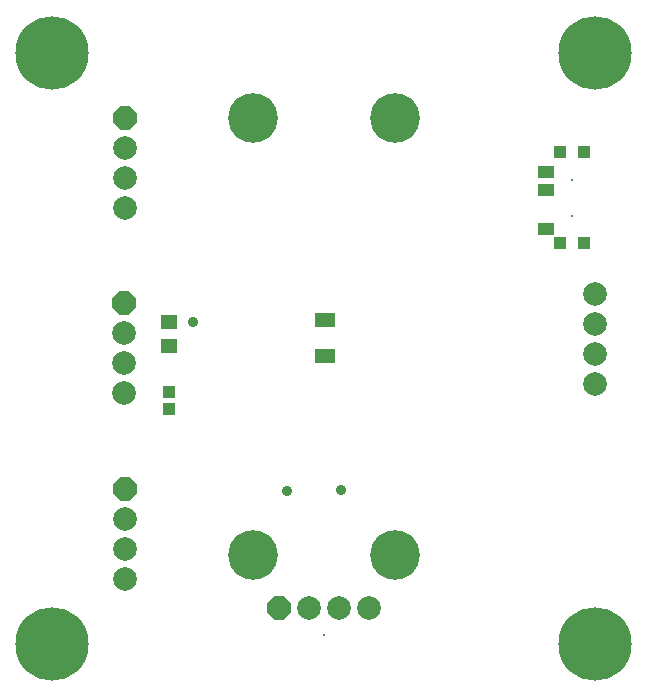
<source format=gts>
G04 Layer_Color=8388736*
%FSLAX44Y44*%
%MOMM*%
G71*
G01*
G75*
%ADD26R,1.4532X1.2032*%
%ADD27R,1.0532X1.0532*%
%ADD28R,1.8032X1.2032*%
%ADD29R,1.4532X1.1032*%
%ADD30R,1.1032X1.0032*%
%ADD31C,2.0032*%
%ADD32P,2.1683X8X22.5*%
G04:AMPARAMS|DCode=33|XSize=0.2032mm|YSize=0.2032mm|CornerRadius=0mm|HoleSize=0mm|Usage=FLASHONLY|Rotation=0.000|XOffset=0mm|YOffset=0mm|HoleType=Round|Shape=RoundedRectangle|*
%AMROUNDEDRECTD33*
21,1,0.2032,0.2032,0,0,0.0*
21,1,0.2032,0.2032,0,0,0.0*
1,1,0.0000,0.1016,-0.1016*
1,1,0.0000,-0.1016,-0.1016*
1,1,0.0000,-0.1016,0.1016*
1,1,0.0000,0.1016,0.1016*
%
%ADD33ROUNDEDRECTD33*%
%ADD34P,2.1683X8X292.5*%
%ADD35C,6.2032*%
%ADD36C,4.2032*%
%ADD37C,0.2032*%
%ADD38C,0.9032*%
D26*
X139250Y292250D02*
D03*
Y312250D02*
D03*
D27*
Y253000D02*
D03*
Y239000D02*
D03*
D28*
X271250Y283750D02*
D03*
Y313750D02*
D03*
D29*
X458250Y391500D02*
D03*
Y424500D02*
D03*
Y439500D02*
D03*
D30*
X490000Y456000D02*
D03*
X470000D02*
D03*
X490000Y379000D02*
D03*
X470000D02*
D03*
D31*
X308100Y70000D02*
D03*
X282700D02*
D03*
X257300D02*
D03*
X101500Y408850D02*
D03*
Y434250D02*
D03*
Y459650D02*
D03*
Y95050D02*
D03*
Y120450D02*
D03*
Y145850D02*
D03*
X101250Y252150D02*
D03*
Y277550D02*
D03*
Y302950D02*
D03*
X499500Y336100D02*
D03*
Y259900D02*
D03*
Y285300D02*
D03*
Y310700D02*
D03*
D32*
X231900Y70000D02*
D03*
D33*
X270000Y47200D02*
D03*
D34*
X101500Y485050D02*
D03*
Y171250D02*
D03*
X101250Y328350D02*
D03*
D35*
X500000Y540000D02*
D03*
X40000D02*
D03*
Y40000D02*
D03*
X500000D02*
D03*
D36*
X330000Y115000D02*
D03*
X210000D02*
D03*
X330000Y485000D02*
D03*
X210000D02*
D03*
D37*
X480000Y432500D02*
D03*
Y402500D02*
D03*
D38*
X239000Y169000D02*
D03*
X285000Y170000D02*
D03*
X159750Y312250D02*
D03*
M02*

</source>
